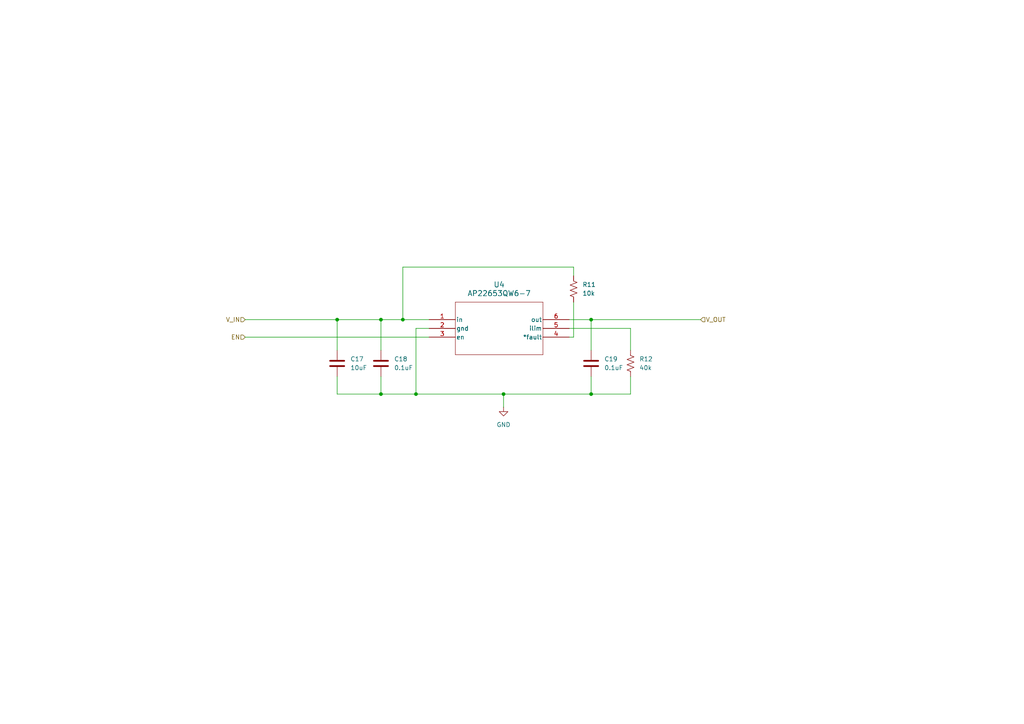
<source format=kicad_sch>
(kicad_sch (version 20250114) (generator "eeschema") (generator_version "9.0")
  (paper "A4")
  (title_block (title "Enable Switch for GPS and SD Card") (date "2025-07-29") (company "California Strawberry Commission"))
  (lib_symbols
    (symbol "Device:C" (pin_numbers (hide yes)) (pin_names (offset 0.254))
      (property "Reference" "C" (at 0.635 2.54 0))
      (property "Value" "C" (at 0.635 -2.54 0))
      (symbol "C_0_1"
        (polyline (pts (xy -2.032 0.762) (xy 2.032 0.762)) (stroke (width 0.508)))
        (polyline (pts (xy -2.032 -0.762) (xy 2.032 -0.762)) (stroke (width 0.508)))
      )
      (symbol "C_1_1"
        (pin passive line (at 0 3.81 270) (length 2.794) (name "~") (number "1"))
        (pin passive line (at 0 -3.81 90) (length 2.794) (name "~") (number "2"))
      )
    )
    (symbol "Device:R_US" (pin_numbers (hide yes)) (pin_names (offset 0))
      (property "Reference" "R" (at 2.54 0 90))
      (property "Value" "R_US" (at -2.54 0 90))
      (symbol "R_US_0_1"
        (polyline (pts (xy 0 2.286) (xy 0 2.54)))
        (polyline (pts (xy 0 2.286) (xy 1.016 1.905) (xy 0 1.524) (xy -1.016 1.143) (xy 0 0.762)))
        (polyline (pts (xy 0 0.762) (xy 1.016 0.381) (xy 0 0) (xy -1.016 -0.381) (xy 0 -0.762)))
        (polyline (pts (xy 0 -0.762) (xy 1.016 -1.143) (xy 0 -1.524) (xy -1.016 -1.905) (xy 0 -2.286)))
        (polyline (pts (xy 0 -2.286) (xy 0 -2.54)))
      )
      (symbol "R_US_1_1"
        (pin passive line (at 0 3.81 270) (length 1.27) (name "~") (number "1"))
        (pin passive line (at 0 -3.81 90) (length 1.27) (name "~") (number "2"))
      )
    )
    (symbol "power:GND" (power) (pin_numbers (hide yes)) (pin_names (offset 0) (hide yes))
      (property "Value" "GND" (at 0 -3.81 0))
      (symbol "GND_0_1"
        (polyline (pts (xy 0 0) (xy 0 -1.27) (xy 1.27 -1.27) (xy 0 -2.54) (xy -1.27 -1.27) (xy 0 -1.27)))
      )
      (symbol "GND_1_1"
        (pin power_in line (at 0 0 270) (length 0) (name "~") (number "1"))
      )
    )
    (symbol "voltage_switch:AP22653QW6-7" (pin_names (offset 0.254))
      (property "Reference" "U" (at 20.32 10.16 0))
      (property "Value" "AP22653QW6-7" (at 20.32 7.62 0))
      (symbol "AP22653QW6-7_0_1"
        (polyline (pts (xy 7.62 5.08) (xy 7.62 -10.16)) (stroke (width 0.127)))
        (polyline (pts (xy 7.62 -10.16) (xy 33.02 -10.16)) (stroke (width 0.127)))
        (polyline (pts (xy 33.02 5.08) (xy 7.62 5.08)) (stroke (width 0.127)))
        (polyline (pts (xy 33.02 -10.16) (xy 33.02 5.08)) (stroke (width 0.127)))
        (pin input line (at 0 0 0) (length 7.62) (name "in") (number "1"))
        (pin power_out line (at 0 -2.54 0) (length 7.62) (name "gnd") (number "2"))
        (pin input line (at 0 -5.08 0) (length 7.62) (name "en") (number "3"))
        (pin output line (at 40.64 0 180) (length 7.62) (name "out") (number "6"))
        (pin output line (at 40.64 -2.54 180) (length 7.62) (name "ilim") (number "5"))
        (pin output line (at 40.64 -5.08 180) (length 7.62) (name "*fault") (number "4"))
      )
    )
  )
  (junction (at 120.65 114.3))
  (junction (at 171.45 114.3))
  (junction (at 110.49 92.71))
  (junction (at 110.49 114.3))
  (junction (at 116.84 92.71))
  (junction (at 97.79 92.71))
  (junction (at 146.05 114.3))
  (junction (at 171.45 92.71))
  (wire (pts (xy 182.88 95.25) (xy 182.88 101.6)))
  (wire (pts (xy 71.12 92.71) (xy 97.79 92.71)))
  (wire (pts (xy 116.84 77.47) (xy 116.84 92.71)))
  (wire (pts (xy 165.1 95.25) (xy 182.88 95.25)))
  (wire (pts (xy 165.1 92.71) (xy 171.45 92.71)))
  (wire (pts (xy 166.37 97.79) (xy 166.37 87.63)))
  (wire (pts (xy 166.37 77.47) (xy 116.84 77.47)))
  (wire (pts (xy 71.12 97.79) (xy 124.46 97.79)))
  (wire (pts (xy 110.49 92.71) (xy 110.49 101.6)))
  (wire (pts (xy 110.49 114.3) (xy 120.65 114.3)))
  (wire (pts (xy 146.05 114.3) (xy 146.05 118.11)))
  (wire (pts (xy 97.79 109.22) (xy 97.79 114.3)))
  (wire (pts (xy 166.37 80.01) (xy 166.37 77.47)))
  (wire (pts (xy 124.46 95.25) (xy 120.65 95.25)))
  (wire (pts (xy 182.88 109.22) (xy 182.88 114.3)))
  (wire (pts (xy 120.65 95.25) (xy 120.65 114.3)))
  (wire (pts (xy 171.45 114.3) (xy 182.88 114.3)))
  (wire (pts (xy 146.05 114.3) (xy 171.45 114.3)))
  (wire (pts (xy 97.79 114.3) (xy 110.49 114.3)))
  (wire (pts (xy 171.45 92.71) (xy 203.2 92.71)))
  (wire (pts (xy 171.45 92.71) (xy 171.45 101.6)))
  (wire (pts (xy 97.79 92.71) (xy 110.49 92.71)))
  (wire (pts (xy 97.79 92.71) (xy 97.79 101.6)))
  (wire (pts (xy 110.49 92.71) (xy 116.84 92.71)))
  (wire (pts (xy 116.84 92.71) (xy 124.46 92.71)))
  (wire (pts (xy 120.65 114.3) (xy 146.05 114.3)))
  (wire (pts (xy 171.45 109.22) (xy 171.45 114.3)))
  (wire (pts (xy 165.1 97.79) (xy 166.37 97.79)))
  (wire (pts (xy 110.49 109.22) (xy 110.49 114.3)))
  (hierarchical_label "EN" (shape input) (at 71.12 97.79 180))
  (hierarchical_label "V_OUT" (shape input) (at 203.2 92.71 0))
  (hierarchical_label "V_IN" (shape input) (at 71.12 92.71 180))
  (symbol (lib_id "Device:C") (at 110.49 105.41 0) (unit 1)
    (property "Reference" "C18" (at 114.3 104.1399 0) (effects (justify left)))
    (property "Value" "0.1uF" (at 114.3 106.6799 0) (effects (justify left)))
    (property "Description" "Unpolarized capacitor" (effects (hide yes)))
  )
  (symbol (lib_id "Device:R_US") (at 182.88 105.41 0) (unit 1)
    (property "Reference" "R12" (at 185.42 104.1399 0) (effects (justify left)))
    (property "Value" "40k" (at 185.42 106.6799 0) (effects (justify left)))
    (property "Description" "Resistor, US symbol" (effects (hide yes)))
  )
  (symbol (lib_id "Device:C") (at 97.79 105.41 0) (unit 1)
    (property "Reference" "C17" (at 101.6 104.1399 0) (effects (justify left)))
    (property "Value" "10uF" (at 101.6 106.6799 0) (effects (justify left)))
    (property "Description" "Unpolarized capacitor" (effects (hide yes)))
  )
  (symbol (lib_id "power:GND") (at 146.05 118.11 0) (unit 1)
    (property "Reference" "#PWR017" (effects (hide yes)))
    (property "Value" "GND" (at 146.05 123.19 0))
    (property "Description" "Power symbol creates a global label with name \"GND\" , ground" (effects (hide yes)))
  )
  (symbol (lib_id "Device:C") (at 171.45 105.41 0) (unit 1)
    (property "Reference" "C19" (at 175.26 104.1399 0) (effects (justify left)))
    (property "Value" "0.1uF" (at 175.26 106.6799 0) (effects (justify left)))
    (property "Description" "Unpolarized capacitor" (effects (hide yes)))
  )
  (symbol (lib_id "Device:R_US") (at 166.37 83.82 0) (unit 1)
    (property "Reference" "R11" (at 168.91 82.5499 0) (effects (justify left)))
    (property "Value" "10k" (at 168.91 85.0899 0) (effects (justify left)))
    (property "Description" "Resistor, US symbol" (effects (hide yes)))
  )
  (symbol (lib_id "voltage_switch:AP22653QW6-7") (at 124.46 92.71 0) (unit 1)
    (property "Reference" "U4" (at 144.78 82.55 0) (effects (font (size 1.524 1.524))))
    (property "Value" "AP22653QW6-7" (at 144.78 85.09 0) (effects (font (size 1.524 1.524))))
    (property "Footprint" "footprints:SOT26-A1-AP22653Q_DIO" (effects (hide yes)))
    (property "Datasheet" "AP22653QW6-7" (effects (hide yes)))
  )
)
</source>
